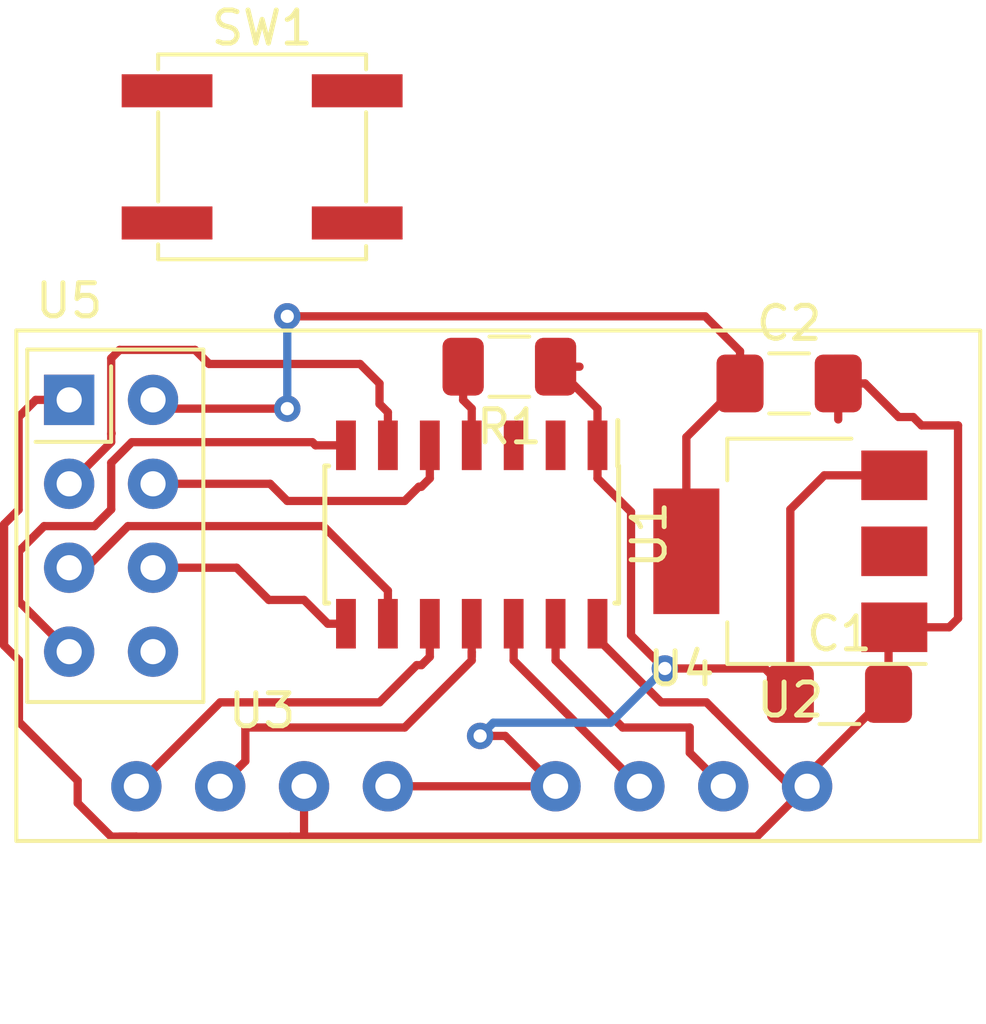
<source format=kicad_pcb>
(kicad_pcb (version 20171130) (host pcbnew 5.0.0)

  (general
    (thickness 1.6)
    (drawings 0)
    (tracks 136)
    (zones 0)
    (modules 9)
    (nets 17)
  )

  (page A4)
  (layers
    (0 F.Cu signal)
    (31 B.Cu signal)
    (32 B.Adhes user)
    (33 F.Adhes user)
    (34 B.Paste user)
    (35 F.Paste user)
    (36 B.SilkS user)
    (37 F.SilkS user)
    (38 B.Mask user)
    (39 F.Mask user)
    (40 Dwgs.User user)
    (41 Cmts.User user)
    (42 Eco1.User user)
    (43 Eco2.User user)
    (44 Edge.Cuts user)
    (45 Margin user)
    (46 B.CrtYd user)
    (47 F.CrtYd user)
    (48 B.Fab user)
    (49 F.Fab user)
  )

  (setup
    (last_trace_width 0.25)
    (trace_clearance 0.2)
    (zone_clearance 0.508)
    (zone_45_only no)
    (trace_min 0.2)
    (segment_width 0.2)
    (edge_width 0.15)
    (via_size 0.8)
    (via_drill 0.4)
    (via_min_size 0.4)
    (via_min_drill 0.3)
    (uvia_size 0.8)
    (uvia_drill 0.4)
    (uvias_allowed no)
    (uvia_min_size 0.2)
    (uvia_min_drill 0.1)
    (pcb_text_width 0.3)
    (pcb_text_size 1.5 1.5)
    (mod_edge_width 0.15)
    (mod_text_size 1 1)
    (mod_text_width 0.15)
    (pad_size 1.524 1.524)
    (pad_drill 0.762)
    (pad_to_mask_clearance 0.2)
    (aux_axis_origin 0 0)
    (visible_elements FFFFFF7F)
    (pcbplotparams
      (layerselection 0x010fc_ffffffff)
      (usegerberextensions false)
      (usegerberattributes false)
      (usegerberadvancedattributes false)
      (creategerberjobfile false)
      (excludeedgelayer true)
      (linewidth 0.100000)
      (plotframeref false)
      (viasonmask false)
      (mode 1)
      (useauxorigin false)
      (hpglpennumber 1)
      (hpglpenspeed 20)
      (hpglpendiameter 15.000000)
      (psnegative false)
      (psa4output false)
      (plotreference true)
      (plotvalue true)
      (plotinvisibletext false)
      (padsonsilk false)
      (subtractmaskfromsilk false)
      (outputformat 1)
      (mirror false)
      (drillshape 1)
      (scaleselection 1)
      (outputdirectory ""))
  )

  (net 0 "")
  (net 1 GND)
  (net 2 VIN)
  (net 3 VREG)
  (net 4 reset)
  (net 5 "Net-(U1-Pad2)")
  (net 6 "Net-(U1-Pad3)")
  (net 7 CSN)
  (net 8 CE)
  (net 9 MOSI)
  (net 10 MISO)
  (net 11 SCK)
  (net 12 SDA)
  (net 13 SCL)
  (net 14 TX)
  (net 15 RX)
  (net 16 "Net-(U5-Pad8)")

  (net_class Default "This is the default net class."
    (clearance 0.2)
    (trace_width 0.25)
    (via_dia 0.8)
    (via_drill 0.4)
    (uvia_dia 0.8)
    (uvia_drill 0.4)
    (add_net CE)
    (add_net CSN)
    (add_net GND)
    (add_net MISO)
    (add_net MOSI)
    (add_net "Net-(U1-Pad2)")
    (add_net "Net-(U1-Pad3)")
    (add_net "Net-(U5-Pad8)")
    (add_net RX)
    (add_net SCK)
    (add_net SCL)
    (add_net SDA)
    (add_net TX)
    (add_net VIN)
    (add_net VREG)
    (add_net reset)
  )

  (module RF_Module:nRF24L01_Breakout (layer F.Cu) (tedit 5A056C61) (tstamp 5BE48B8D)
    (at 14.475001 182.615001)
    (descr "nRF24L01 breakout board")
    (tags "nRF24L01 adapter breakout")
    (path /5BD89543)
    (fp_text reference U5 (at 0 -3) (layer F.SilkS)
      (effects (font (size 1 1) (thickness 0.15)))
    )
    (fp_text value NRF24L01_Breakout (at 13 5) (layer F.Fab)
      (effects (font (size 1 1) (thickness 0.15)))
    )
    (fp_line (start -1.5 -2) (end 27.5 -2) (layer F.Fab) (width 0.1))
    (fp_line (start 27.5 -2) (end 27.5 13.25) (layer F.Fab) (width 0.1))
    (fp_line (start 27.5 13.25) (end -1.5 13.25) (layer F.Fab) (width 0.1))
    (fp_line (start -1.5 13.25) (end -1.5 -2) (layer F.Fab) (width 0.1))
    (fp_line (start -1.5 -2) (end -1.5 -2) (layer F.Fab) (width 0.1))
    (fp_line (start -1.27 -1.27) (end 3.81 -1.27) (layer F.Fab) (width 0.1))
    (fp_line (start 3.81 -1.27) (end 3.81 8.89) (layer F.Fab) (width 0.1))
    (fp_line (start 3.81 8.89) (end -1.27 8.89) (layer F.Fab) (width 0.1))
    (fp_line (start -1.27 8.89) (end -1.27 -1.27) (layer F.Fab) (width 0.1))
    (fp_line (start -1.27 -1.27) (end -1.27 -1.27) (layer F.Fab) (width 0.1))
    (fp_line (start -1.27 -1.524) (end 4.064 -1.524) (layer F.SilkS) (width 0.12))
    (fp_line (start 4.064 -1.524) (end 4.064 9.144) (layer F.SilkS) (width 0.12))
    (fp_line (start 4.064 9.144) (end -1.27 9.144) (layer F.SilkS) (width 0.12))
    (fp_line (start -1.27 9.144) (end -1.27 9.144) (layer F.SilkS) (width 0.12))
    (fp_line (start 1.27 -1.016) (end 1.27 1.27) (layer F.SilkS) (width 0.12))
    (fp_line (start 1.27 1.27) (end -1.016 1.27) (layer F.SilkS) (width 0.12))
    (fp_line (start -1.016 1.27) (end -1.016 1.27) (layer F.SilkS) (width 0.12))
    (fp_line (start -1.6 -2.1) (end 27.6 -2.1) (layer F.SilkS) (width 0.12))
    (fp_line (start 27.6 -2.1) (end 27.6 13.35) (layer F.SilkS) (width 0.12))
    (fp_line (start 27.6 13.35) (end -1.6 13.35) (layer F.SilkS) (width 0.12))
    (fp_line (start -1.6 13.35) (end -1.6 -2.1) (layer F.SilkS) (width 0.12))
    (fp_line (start -1.6 -2.1) (end -1.6 -2.1) (layer F.SilkS) (width 0.12))
    (fp_line (start -1.27 9.144) (end -1.27 -1.524) (layer F.SilkS) (width 0.12))
    (fp_line (start -1.27 -1.524) (end -1.27 -1.524) (layer F.SilkS) (width 0.12))
    (fp_line (start 27.75 -2.25) (end -1.75 -2.25) (layer F.CrtYd) (width 0.05))
    (fp_line (start -1.75 -2.25) (end -1.75 13.5) (layer F.CrtYd) (width 0.05))
    (fp_line (start -1.75 13.5) (end 27.75 13.5) (layer F.CrtYd) (width 0.05))
    (fp_line (start 27.75 13.5) (end 27.75 -2.25) (layer F.CrtYd) (width 0.05))
    (fp_line (start 27.75 -2.25) (end 27.75 -2.25) (layer F.CrtYd) (width 0.05))
    (fp_text user %R (at 12.5 2.5) (layer F.Fab)
      (effects (font (size 1 1) (thickness 0.15)))
    )
    (pad 1 thru_hole rect (at 0 0) (size 1.524 1.524) (drill 0.762) (layers *.Cu *.Mask)
      (net 1 GND))
    (pad 2 thru_hole circle (at 2.54 0) (size 1.524 1.524) (drill 0.762) (layers *.Cu *.Mask)
      (net 3 VREG))
    (pad 3 thru_hole circle (at 0 2.54) (size 1.524 1.524) (drill 0.762) (layers *.Cu *.Mask)
      (net 8 CE))
    (pad 4 thru_hole circle (at 2.54 2.54) (size 1.524 1.524) (drill 0.762) (layers *.Cu *.Mask)
      (net 7 CSN))
    (pad 5 thru_hole circle (at 0 5.08) (size 1.524 1.524) (drill 0.762) (layers *.Cu *.Mask)
      (net 11 SCK))
    (pad 6 thru_hole circle (at 2.54 5.08) (size 1.524 1.524) (drill 0.762) (layers *.Cu *.Mask)
      (net 10 MISO))
    (pad 7 thru_hole circle (at 0 7.62) (size 1.524 1.524) (drill 0.762) (layers *.Cu *.Mask)
      (net 9 MOSI))
    (pad 8 thru_hole circle (at 2.54 7.62) (size 1.524 1.524) (drill 0.762) (layers *.Cu *.Mask)
      (net 16 "Net-(U5-Pad8)"))
    (model ${KISYS3DMOD}/RF_Module.3dshapes/nRF24L01_Breakout.wrl
      (at (xyz 0 0 0))
      (scale (xyz 1 1 1))
      (rotate (xyz 0 0 0))
    )
  )

  (module Capacitor_SMD:C_1206_3216Metric_Pad1.42x1.75mm_HandSolder (layer F.Cu) (tedit 5B301BBE) (tstamp 5BE48ADE)
    (at 37.8095 191.516)
    (descr "Capacitor SMD 1206 (3216 Metric), square (rectangular) end terminal, IPC_7351 nominal with elongated pad for handsoldering. (Body size source: http://www.tortai-tech.com/upload/download/2011102023233369053.pdf), generated with kicad-footprint-generator")
    (tags "capacitor handsolder")
    (path /5BDB9686)
    (attr smd)
    (fp_text reference C1 (at 0 -1.82) (layer F.SilkS)
      (effects (font (size 1 1) (thickness 0.15)))
    )
    (fp_text value C (at 0 1.82) (layer F.Fab)
      (effects (font (size 1 1) (thickness 0.15)))
    )
    (fp_text user %R (at 0 0.254) (layer F.Fab)
      (effects (font (size 0.8 0.8) (thickness 0.12)))
    )
    (fp_line (start 2.45 1.12) (end -2.45 1.12) (layer F.CrtYd) (width 0.05))
    (fp_line (start 2.45 -1.12) (end 2.45 1.12) (layer F.CrtYd) (width 0.05))
    (fp_line (start -2.45 -1.12) (end 2.45 -1.12) (layer F.CrtYd) (width 0.05))
    (fp_line (start -2.45 1.12) (end -2.45 -1.12) (layer F.CrtYd) (width 0.05))
    (fp_line (start -0.602064 0.91) (end 0.602064 0.91) (layer F.SilkS) (width 0.12))
    (fp_line (start -0.602064 -0.91) (end 0.602064 -0.91) (layer F.SilkS) (width 0.12))
    (fp_line (start 1.6 0.8) (end -1.6 0.8) (layer F.Fab) (width 0.1))
    (fp_line (start 1.6 -0.8) (end 1.6 0.8) (layer F.Fab) (width 0.1))
    (fp_line (start -1.6 -0.8) (end 1.6 -0.8) (layer F.Fab) (width 0.1))
    (fp_line (start -1.6 0.8) (end -1.6 -0.8) (layer F.Fab) (width 0.1))
    (pad 2 smd roundrect (at 1.4875 0) (size 1.425 1.75) (layers F.Cu F.Paste F.Mask) (roundrect_rratio 0.175439)
      (net 1 GND))
    (pad 1 smd roundrect (at -1.4875 0) (size 1.425 1.75) (layers F.Cu F.Paste F.Mask) (roundrect_rratio 0.175439)
      (net 2 VIN))
    (model ${KISYS3DMOD}/Capacitor_SMD.3dshapes/C_1206_3216Metric.wrl
      (at (xyz 0 0 0))
      (scale (xyz 1 1 1))
      (rotate (xyz 0 0 0))
    )
  )

  (module Capacitor_SMD:C_1206_3216Metric_Pad1.42x1.75mm_HandSolder (layer F.Cu) (tedit 5B301BBE) (tstamp 5BE48AEF)
    (at 36.2855 182.118)
    (descr "Capacitor SMD 1206 (3216 Metric), square (rectangular) end terminal, IPC_7351 nominal with elongated pad for handsoldering. (Body size source: http://www.tortai-tech.com/upload/download/2011102023233369053.pdf), generated with kicad-footprint-generator")
    (tags "capacitor handsolder")
    (path /5BDB9636)
    (attr smd)
    (fp_text reference C2 (at 0 -1.82) (layer F.SilkS)
      (effects (font (size 1 1) (thickness 0.15)))
    )
    (fp_text value C (at 0 1.82) (layer F.Fab)
      (effects (font (size 1 1) (thickness 0.15)))
    )
    (fp_line (start -1.6 0.8) (end -1.6 -0.8) (layer F.Fab) (width 0.1))
    (fp_line (start -1.6 -0.8) (end 1.6 -0.8) (layer F.Fab) (width 0.1))
    (fp_line (start 1.6 -0.8) (end 1.6 0.8) (layer F.Fab) (width 0.1))
    (fp_line (start 1.6 0.8) (end -1.6 0.8) (layer F.Fab) (width 0.1))
    (fp_line (start -0.602064 -0.91) (end 0.602064 -0.91) (layer F.SilkS) (width 0.12))
    (fp_line (start -0.602064 0.91) (end 0.602064 0.91) (layer F.SilkS) (width 0.12))
    (fp_line (start -2.45 1.12) (end -2.45 -1.12) (layer F.CrtYd) (width 0.05))
    (fp_line (start -2.45 -1.12) (end 2.45 -1.12) (layer F.CrtYd) (width 0.05))
    (fp_line (start 2.45 -1.12) (end 2.45 1.12) (layer F.CrtYd) (width 0.05))
    (fp_line (start 2.45 1.12) (end -2.45 1.12) (layer F.CrtYd) (width 0.05))
    (fp_text user %R (at 0 0) (layer F.Fab)
      (effects (font (size 0.8 0.8) (thickness 0.12)))
    )
    (pad 1 smd roundrect (at -1.4875 0) (size 1.425 1.75) (layers F.Cu F.Paste F.Mask) (roundrect_rratio 0.175439)
      (net 3 VREG))
    (pad 2 smd roundrect (at 1.4875 0) (size 1.425 1.75) (layers F.Cu F.Paste F.Mask) (roundrect_rratio 0.175439)
      (net 1 GND))
    (model ${KISYS3DMOD}/Capacitor_SMD.3dshapes/C_1206_3216Metric.wrl
      (at (xyz 0 0 0))
      (scale (xyz 1 1 1))
      (rotate (xyz 0 0 0))
    )
  )

  (module Resistor_SMD:R_1206_3216Metric (layer F.Cu) (tedit 5B301BBD) (tstamp 5BE48B00)
    (at 27.81 181.61 180)
    (descr "Resistor SMD 1206 (3216 Metric), square (rectangular) end terminal, IPC_7351 nominal, (Body size source: http://www.tortai-tech.com/upload/download/2011102023233369053.pdf), generated with kicad-footprint-generator")
    (tags resistor)
    (path /5BDB31A2)
    (attr smd)
    (fp_text reference R1 (at 0 -1.82 180) (layer F.SilkS)
      (effects (font (size 1 1) (thickness 0.15)))
    )
    (fp_text value R (at 0 1.82 180) (layer F.Fab)
      (effects (font (size 1 1) (thickness 0.15)))
    )
    (fp_line (start -1.6 0.8) (end -1.6 -0.8) (layer F.Fab) (width 0.1))
    (fp_line (start -1.6 -0.8) (end 1.6 -0.8) (layer F.Fab) (width 0.1))
    (fp_line (start 1.6 -0.8) (end 1.6 0.8) (layer F.Fab) (width 0.1))
    (fp_line (start 1.6 0.8) (end -1.6 0.8) (layer F.Fab) (width 0.1))
    (fp_line (start -0.602064 -0.91) (end 0.602064 -0.91) (layer F.SilkS) (width 0.12))
    (fp_line (start -0.602064 0.91) (end 0.602064 0.91) (layer F.SilkS) (width 0.12))
    (fp_line (start -2.28 1.12) (end -2.28 -1.12) (layer F.CrtYd) (width 0.05))
    (fp_line (start -2.28 -1.12) (end 2.28 -1.12) (layer F.CrtYd) (width 0.05))
    (fp_line (start 2.28 -1.12) (end 2.28 1.12) (layer F.CrtYd) (width 0.05))
    (fp_line (start 2.28 1.12) (end -2.28 1.12) (layer F.CrtYd) (width 0.05))
    (fp_text user %R (at -0.135001 0.174999 180) (layer F.Fab)
      (effects (font (size 0.8 0.8) (thickness 0.12)))
    )
    (pad 1 smd roundrect (at -1.4 0 180) (size 1.25 1.75) (layers F.Cu F.Paste F.Mask) (roundrect_rratio 0.2)
      (net 2 VIN))
    (pad 2 smd roundrect (at 1.4 0 180) (size 1.25 1.75) (layers F.Cu F.Paste F.Mask) (roundrect_rratio 0.2)
      (net 4 reset))
    (model ${KISYS3DMOD}/Resistor_SMD.3dshapes/R_1206_3216Metric.wrl
      (at (xyz 0 0 0))
      (scale (xyz 1 1 1))
      (rotate (xyz 0 0 0))
    )
  )

  (module Button_Switch_SMD:SW_SPST_EVPBF (layer F.Cu) (tedit 5A02FC95) (tstamp 5BE48B1A)
    (at 20.32 175.26)
    (descr "Light Touch Switch")
    (path /5BDB3288)
    (attr smd)
    (fp_text reference SW1 (at 0 -3.9) (layer F.SilkS)
      (effects (font (size 1 1) (thickness 0.15)))
    )
    (fp_text value SW_Push (at 0 4.25) (layer F.Fab)
      (effects (font (size 1 1) (thickness 0.15)))
    )
    (fp_line (start -3.15 2.65) (end -3.15 3.1) (layer F.SilkS) (width 0.12))
    (fp_line (start -3.15 3.1) (end 3.15 3.1) (layer F.SilkS) (width 0.12))
    (fp_line (start 3.15 3.1) (end 3.15 2.7) (layer F.SilkS) (width 0.12))
    (fp_line (start -3.15 1.35) (end -3.15 -1.35) (layer F.SilkS) (width 0.12))
    (fp_line (start 3.15 -1.35) (end 3.15 1.35) (layer F.SilkS) (width 0.12))
    (fp_line (start -3.15 -3.1) (end 3.15 -3.1) (layer F.SilkS) (width 0.12))
    (fp_line (start 3.15 -3.1) (end 3.15 -2.65) (layer F.SilkS) (width 0.12))
    (fp_line (start -3.15 -2.65) (end -3.15 -3.1) (layer F.SilkS) (width 0.12))
    (fp_line (start -3 -3) (end 3 -3) (layer F.Fab) (width 0.1))
    (fp_line (start 3 -3) (end 3 3) (layer F.Fab) (width 0.1))
    (fp_line (start 3 3) (end -3 3) (layer F.Fab) (width 0.1))
    (fp_line (start -3 3) (end -3 -3) (layer F.Fab) (width 0.1))
    (fp_text user %R (at 0 -3.9) (layer F.Fab)
      (effects (font (size 1 1) (thickness 0.15)))
    )
    (fp_line (start -4.5 -3.25) (end 4.5 -3.25) (layer F.CrtYd) (width 0.05))
    (fp_line (start 4.5 -3.25) (end 4.5 3.25) (layer F.CrtYd) (width 0.05))
    (fp_line (start 4.5 3.25) (end -4.5 3.25) (layer F.CrtYd) (width 0.05))
    (fp_line (start -4.5 3.25) (end -4.5 -3.25) (layer F.CrtYd) (width 0.05))
    (fp_circle (center 0 0) (end 1.7 0) (layer F.Fab) (width 0.1))
    (pad 1 smd rect (at 2.88 -2) (size 2.75 1) (layers F.Cu F.Paste F.Mask)
      (net 1 GND))
    (pad 1 smd rect (at -2.88 -2) (size 2.75 1) (layers F.Cu F.Paste F.Mask)
      (net 1 GND))
    (pad 2 smd rect (at -2.88 2) (size 2.75 1) (layers F.Cu F.Paste F.Mask)
      (net 4 reset))
    (pad 2 smd rect (at 2.88 2) (size 2.75 1) (layers F.Cu F.Paste F.Mask)
      (net 4 reset))
    (model ${KISYS3DMOD}/Button_Switch_SMD.3dshapes/SW_SPST_EVPBF.wrl
      (at (xyz 0 0 0))
      (scale (xyz 1 1 1))
      (rotate (xyz 0 0 0))
    )
  )

  (module Package_SO:SOIC-14_3.9x8.7mm_P1.27mm (layer F.Cu) (tedit 5A02F2D3) (tstamp 5BE48B3D)
    (at 26.67 186.69 270)
    (descr "14-Lead Plastic Small Outline (SL) - Narrow, 3.90 mm Body [SOIC] (see Microchip Packaging Specification 00000049BS.pdf)")
    (tags "SOIC 1.27")
    (path /5BD89468)
    (attr smd)
    (fp_text reference U1 (at 0 -5.375 270) (layer F.SilkS)
      (effects (font (size 1 1) (thickness 0.15)))
    )
    (fp_text value ATtiny84-20SSU (at 0 5.375 270) (layer F.Fab)
      (effects (font (size 1 1) (thickness 0.15)))
    )
    (fp_text user %R (at 0 0 270) (layer F.Fab)
      (effects (font (size 0.9 0.9) (thickness 0.135)))
    )
    (fp_line (start -0.95 -4.35) (end 1.95 -4.35) (layer F.Fab) (width 0.15))
    (fp_line (start 1.95 -4.35) (end 1.95 4.35) (layer F.Fab) (width 0.15))
    (fp_line (start 1.95 4.35) (end -1.95 4.35) (layer F.Fab) (width 0.15))
    (fp_line (start -1.95 4.35) (end -1.95 -3.35) (layer F.Fab) (width 0.15))
    (fp_line (start -1.95 -3.35) (end -0.95 -4.35) (layer F.Fab) (width 0.15))
    (fp_line (start -3.7 -4.65) (end -3.7 4.65) (layer F.CrtYd) (width 0.05))
    (fp_line (start 3.7 -4.65) (end 3.7 4.65) (layer F.CrtYd) (width 0.05))
    (fp_line (start -3.7 -4.65) (end 3.7 -4.65) (layer F.CrtYd) (width 0.05))
    (fp_line (start -3.7 4.65) (end 3.7 4.65) (layer F.CrtYd) (width 0.05))
    (fp_line (start -2.075 -4.45) (end -2.075 -4.425) (layer F.SilkS) (width 0.15))
    (fp_line (start 2.075 -4.45) (end 2.075 -4.335) (layer F.SilkS) (width 0.15))
    (fp_line (start 2.075 4.45) (end 2.075 4.335) (layer F.SilkS) (width 0.15))
    (fp_line (start -2.075 4.45) (end -2.075 4.335) (layer F.SilkS) (width 0.15))
    (fp_line (start -2.075 -4.45) (end 2.075 -4.45) (layer F.SilkS) (width 0.15))
    (fp_line (start -2.075 4.45) (end 2.075 4.45) (layer F.SilkS) (width 0.15))
    (fp_line (start -2.075 -4.425) (end -3.45 -4.425) (layer F.SilkS) (width 0.15))
    (pad 1 smd rect (at -2.7 -3.81 270) (size 1.5 0.6) (layers F.Cu F.Paste F.Mask)
      (net 2 VIN))
    (pad 2 smd rect (at -2.7 -2.54 270) (size 1.5 0.6) (layers F.Cu F.Paste F.Mask)
      (net 5 "Net-(U1-Pad2)"))
    (pad 3 smd rect (at -2.7 -1.27 270) (size 1.5 0.6) (layers F.Cu F.Paste F.Mask)
      (net 6 "Net-(U1-Pad3)"))
    (pad 4 smd rect (at -2.7 0 270) (size 1.5 0.6) (layers F.Cu F.Paste F.Mask)
      (net 4 reset))
    (pad 5 smd rect (at -2.7 1.27 270) (size 1.5 0.6) (layers F.Cu F.Paste F.Mask)
      (net 7 CSN))
    (pad 6 smd rect (at -2.7 2.54 270) (size 1.5 0.6) (layers F.Cu F.Paste F.Mask)
      (net 8 CE))
    (pad 7 smd rect (at -2.7 3.81 270) (size 1.5 0.6) (layers F.Cu F.Paste F.Mask)
      (net 9 MOSI))
    (pad 8 smd rect (at 2.7 3.81 270) (size 1.5 0.6) (layers F.Cu F.Paste F.Mask)
      (net 10 MISO))
    (pad 9 smd rect (at 2.7 2.54 270) (size 1.5 0.6) (layers F.Cu F.Paste F.Mask)
      (net 11 SCK))
    (pad 10 smd rect (at 2.7 1.27 270) (size 1.5 0.6) (layers F.Cu F.Paste F.Mask)
      (net 12 SDA))
    (pad 11 smd rect (at 2.7 0 270) (size 1.5 0.6) (layers F.Cu F.Paste F.Mask)
      (net 13 SCL))
    (pad 12 smd rect (at 2.7 -1.27 270) (size 1.5 0.6) (layers F.Cu F.Paste F.Mask)
      (net 14 TX))
    (pad 13 smd rect (at 2.7 -2.54 270) (size 1.5 0.6) (layers F.Cu F.Paste F.Mask)
      (net 15 RX))
    (pad 14 smd rect (at 2.7 -3.81 270) (size 1.5 0.6) (layers F.Cu F.Paste F.Mask)
      (net 1 GND))
    (model ${KISYS3DMOD}/Package_SO.3dshapes/SOIC-14_3.9x8.7mm_P1.27mm.wrl
      (at (xyz 0 0 0))
      (scale (xyz 1 1 1))
      (rotate (xyz 0 0 0))
    )
  )

  (module Package_TO_SOT_SMD:SOT-223-3_TabPin2 (layer F.Cu) (tedit 5A02FF57) (tstamp 5BE48B53)
    (at 36.322 187.198 180)
    (descr "module CMS SOT223 4 pins")
    (tags "CMS SOT")
    (path /5BDB7730)
    (attr smd)
    (fp_text reference U2 (at 0 -4.5 180) (layer F.SilkS)
      (effects (font (size 1 1) (thickness 0.15)))
    )
    (fp_text value AMS1117-3.3 (at 0 4.5 180) (layer F.Fab)
      (effects (font (size 1 1) (thickness 0.15)))
    )
    (fp_text user %R (at 0 0) (layer F.Fab)
      (effects (font (size 0.8 0.8) (thickness 0.12)))
    )
    (fp_line (start 1.91 3.41) (end 1.91 2.15) (layer F.SilkS) (width 0.12))
    (fp_line (start 1.91 -3.41) (end 1.91 -2.15) (layer F.SilkS) (width 0.12))
    (fp_line (start 4.4 -3.6) (end -4.4 -3.6) (layer F.CrtYd) (width 0.05))
    (fp_line (start 4.4 3.6) (end 4.4 -3.6) (layer F.CrtYd) (width 0.05))
    (fp_line (start -4.4 3.6) (end 4.4 3.6) (layer F.CrtYd) (width 0.05))
    (fp_line (start -4.4 -3.6) (end -4.4 3.6) (layer F.CrtYd) (width 0.05))
    (fp_line (start -1.85 -2.35) (end -0.85 -3.35) (layer F.Fab) (width 0.1))
    (fp_line (start -1.85 -2.35) (end -1.85 3.35) (layer F.Fab) (width 0.1))
    (fp_line (start -1.85 3.41) (end 1.91 3.41) (layer F.SilkS) (width 0.12))
    (fp_line (start -0.85 -3.35) (end 1.85 -3.35) (layer F.Fab) (width 0.1))
    (fp_line (start -4.1 -3.41) (end 1.91 -3.41) (layer F.SilkS) (width 0.12))
    (fp_line (start -1.85 3.35) (end 1.85 3.35) (layer F.Fab) (width 0.1))
    (fp_line (start 1.85 -3.35) (end 1.85 3.35) (layer F.Fab) (width 0.1))
    (pad 2 smd rect (at 3.15 0 180) (size 2 3.8) (layers F.Cu F.Paste F.Mask)
      (net 3 VREG))
    (pad 2 smd rect (at -3.15 0 180) (size 2 1.5) (layers F.Cu F.Paste F.Mask)
      (net 3 VREG))
    (pad 3 smd rect (at -3.15 2.3 180) (size 2 1.5) (layers F.Cu F.Paste F.Mask)
      (net 2 VIN))
    (pad 1 smd rect (at -3.15 -2.3 180) (size 2 1.5) (layers F.Cu F.Paste F.Mask)
      (net 1 GND))
    (model ${KISYS3DMOD}/Package_TO_SOT_SMD.3dshapes/SOT-223.wrl
      (at (xyz 0 0 0))
      (scale (xyz 1 1 1))
      (rotate (xyz 0 0 0))
    )
  )

  (module livestock:MLX90615 (layer F.Cu) (tedit 5BE4802D) (tstamp 5BE48B5B)
    (at 20.32 198.12 180)
    (path /5BDB30A5)
    (fp_text reference U3 (at 0 6.096 180) (layer F.SilkS)
      (effects (font (size 1 1) (thickness 0.15)))
    )
    (fp_text value MLX90615 (at 0.254 0 180) (layer F.Fab)
      (effects (font (size 1 1) (thickness 0.15)))
    )
    (pad 1 thru_hole circle (at -3.81 3.81 180) (size 1.524 1.524) (drill 0.762) (layers *.Cu *.Mask)
      (net 2 VIN))
    (pad 2 thru_hole circle (at -1.27 3.81 180) (size 1.524 1.524) (drill 0.762) (layers *.Cu *.Mask)
      (net 1 GND))
    (pad 3 thru_hole circle (at 1.27 3.81 180) (size 1.524 1.524) (drill 0.762) (layers *.Cu *.Mask)
      (net 13 SCL))
    (pad 4 thru_hole circle (at 3.81 3.81 180) (size 1.524 1.524) (drill 0.762) (layers *.Cu *.Mask)
      (net 12 SDA))
  )

  (module livestock:GPS-BN-220 (layer F.Cu) (tedit 5BDB3AE8) (tstamp 5BE48B63)
    (at 33.02 198.12 180)
    (path /5BDB3CA3)
    (fp_text reference U4 (at 0 7.366 180) (layer F.SilkS)
      (effects (font (size 1 1) (thickness 0.15)))
    )
    (fp_text value GPS-BN-220 (at 0 -2.54 180) (layer F.Fab)
      (effects (font (size 1 1) (thickness 0.15)))
    )
    (pad 1 thru_hole circle (at -3.81 3.81 180) (size 1.524 1.524) (drill 0.762) (layers *.Cu *.Mask)
      (net 1 GND))
    (pad 2 thru_hole circle (at -1.27 3.81 180) (size 1.524 1.524) (drill 0.762) (layers *.Cu *.Mask)
      (net 15 RX))
    (pad 3 thru_hole circle (at 1.27 3.81 180) (size 1.524 1.524) (drill 0.762) (layers *.Cu *.Mask)
      (net 14 TX))
    (pad 4 thru_hole circle (at 3.81 3.81 180) (size 1.524 1.524) (drill 0.762) (layers *.Cu *.Mask)
      (net 2 VIN))
  )

  (segment (start 30.48 189.84) (end 32.41 191.77) (width 0.25) (layer F.Cu) (net 1))
  (segment (start 30.48 189.39) (end 30.48 189.84) (width 0.25) (layer F.Cu) (net 1))
  (segment (start 34.036 192.024) (end 36.576 194.564) (width 0.25) (layer F.Cu) (net 1))
  (segment (start 36.903 191.817) (end 36.903 192.024) (width 0.25) (layer F.Cu) (net 2))
  (segment (start 39.472 189.498) (end 39.222 189.498) (width 0.25) (layer F.Cu) (net 1))
  (segment (start 36.903 194.237) (end 36.83 194.31) (width 0.25) (layer F.Cu) (net 1))
  (segment (start 37.773 182.118) (end 37.773 183.207) (width 0.25) (layer F.Cu) (net 1))
  (segment (start 35.306 195.834) (end 36.83 194.31) (width 0.25) (layer F.Cu) (net 1))
  (segment (start 21.59 194.31) (end 21.59 195.834) (width 0.25) (layer F.Cu) (net 1))
  (segment (start 21.59 195.834) (end 35.306 195.834) (width 0.25) (layer F.Cu) (net 1))
  (segment (start 21.166762 195.834) (end 21.59 195.834) (width 0.25) (layer F.Cu) (net 1))
  (segment (start 13.463001 182.615001) (end 12.944002 183.134) (width 0.25) (layer F.Cu) (net 1))
  (segment (start 14.475001 182.615001) (end 13.463001 182.615001) (width 0.25) (layer F.Cu) (net 1))
  (segment (start 39.297 189.673) (end 39.472 189.498) (width 0.25) (layer F.Cu) (net 1))
  (segment (start 39.297 191.516) (end 39.297 189.673) (width 0.25) (layer F.Cu) (net 1))
  (segment (start 36.83 193.983) (end 36.83 194.31) (width 0.25) (layer F.Cu) (net 1))
  (segment (start 39.297 191.516) (end 36.83 193.983) (width 0.25) (layer F.Cu) (net 1))
  (segment (start 33.782 191.77) (end 34.036 192.024) (width 0.25) (layer F.Cu) (net 1))
  (segment (start 33.528 191.77) (end 33.782 191.77) (width 0.25) (layer F.Cu) (net 1))
  (segment (start 32.41 191.77) (end 33.528 191.77) (width 0.25) (layer F.Cu) (net 1))
  (segment (start 38.5855 182.118) (end 39.6015 183.134) (width 0.25) (layer F.Cu) (net 1))
  (segment (start 37.773 182.118) (end 38.5855 182.118) (width 0.25) (layer F.Cu) (net 1))
  (segment (start 40.043002 183.134) (end 40.297002 183.388) (width 0.25) (layer F.Cu) (net 1))
  (segment (start 39.6015 183.134) (end 40.043002 183.134) (width 0.25) (layer F.Cu) (net 1))
  (segment (start 40.297002 183.388) (end 41.402 183.388) (width 0.25) (layer F.Cu) (net 1))
  (segment (start 41.402 183.388) (end 41.402 189.23) (width 0.25) (layer F.Cu) (net 1))
  (segment (start 41.134 189.498) (end 39.472 189.498) (width 0.25) (layer F.Cu) (net 1))
  (segment (start 41.402 189.23) (end 41.134 189.498) (width 0.25) (layer F.Cu) (net 1))
  (segment (start 12.944002 183.134) (end 12.944002 185.937998) (width 0.25) (layer F.Cu) (net 1))
  (segment (start 12.50399 186.37801) (end 12.50399 190.04999) (width 0.25) (layer F.Cu) (net 1))
  (segment (start 12.944002 185.937998) (end 12.50399 186.37801) (width 0.25) (layer F.Cu) (net 1))
  (segment (start 12.50399 190.04999) (end 12.954 190.5) (width 0.25) (layer F.Cu) (net 1))
  (segment (start 12.954 192.362762) (end 14.732 194.140762) (width 0.25) (layer F.Cu) (net 1))
  (segment (start 12.954 190.5) (end 12.954 192.362762) (width 0.25) (layer F.Cu) (net 1))
  (segment (start 14.732 194.140762) (end 14.732 194.818) (width 0.25) (layer F.Cu) (net 1))
  (segment (start 14.732 194.818) (end 15.748 195.834) (width 0.25) (layer F.Cu) (net 1))
  (segment (start 15.748 195.834) (end 16.51 195.834) (width 0.25) (layer F.Cu) (net 1))
  (segment (start 16.51 195.834) (end 21.166762 195.834) (width 0.25) (layer F.Cu) (net 1))
  (segment (start 16.002 195.834) (end 16.51 195.834) (width 0.25) (layer F.Cu) (net 1))
  (segment (start 30.48 182.88) (end 29.21 181.61) (width 0.25) (layer F.Cu) (net 2))
  (segment (start 30.48 183.99) (end 30.48 182.88) (width 0.25) (layer F.Cu) (net 2))
  (segment (start 39.722 184.898) (end 39.472 184.898) (width 0.25) (layer F.Cu) (net 2))
  (segment (start 24.13 194.31) (end 29.21 194.31) (width 0.25) (layer F.Cu) (net 2))
  (segment (start 36.322 191.516) (end 36.322 185.928) (width 0.25) (layer F.Cu) (net 2))
  (segment (start 37.352 184.898) (end 39.472 184.898) (width 0.25) (layer F.Cu) (net 2))
  (segment (start 36.322 185.928) (end 37.352 184.898) (width 0.25) (layer F.Cu) (net 2))
  (segment (start 29.21 181.61) (end 29.935 181.61) (width 0.25) (layer F.Cu) (net 2))
  (segment (start 35.550653 190.744653) (end 36.322 191.516) (width 0.25) (layer F.Cu) (net 2))
  (segment (start 32.521347 190.744653) (end 32.521347 190.744653) (width 0.25) (layer F.Cu) (net 2))
  (segment (start 30.48 183.99) (end 30.48 184.99) (width 0.25) (layer F.Cu) (net 2))
  (segment (start 31.496 189.738) (end 32.512 190.754) (width 0.25) (layer F.Cu) (net 2))
  (segment (start 30.48 184.99) (end 31.496 186.006) (width 0.25) (layer F.Cu) (net 2))
  (segment (start 32.512 190.754) (end 32.521347 190.744653) (width 0.25) (layer F.Cu) (net 2))
  (segment (start 31.496 186.006) (end 31.496 189.738) (width 0.25) (layer F.Cu) (net 2))
  (segment (start 29.21 194.31) (end 27.686 192.786) (width 0.25) (layer F.Cu) (net 2))
  (segment (start 27.686 192.786) (end 26.924 192.786) (width 0.25) (layer F.Cu) (net 2))
  (segment (start 26.924 192.786) (end 30.48 192.786) (width 0.25) (layer B.Adhes) (net 2))
  (segment (start 27.323999 192.386001) (end 30.879999 192.386001) (width 0.25) (layer B.Cu) (net 2))
  (segment (start 26.924 192.786) (end 27.323999 192.386001) (width 0.25) (layer B.Cu) (net 2))
  (segment (start 30.879999 192.386001) (end 32.521347 190.744653) (width 0.25) (layer B.Cu) (net 2))
  (segment (start 26.924 192.786) (end 26.924 192.786) (width 0.25) (layer F.Cu) (net 2) (tstamp 5BE4AAAA))
  (segment (start 32.521347 190.744653) (end 35.550653 190.744653) (width 0.25) (layer F.Cu) (net 2) (tstamp 5BE4AAAC))
  (segment (start 26.924 192.786) (end 26.924 192.786) (width 0.25) (layer F.Cu) (net 2) (tstamp 5BE4AAB1))
  (via (at 26.924 192.786) (size 0.8) (drill 0.4) (layers F.Cu B.Cu) (net 2))
  (segment (start 32.521347 190.744653) (end 32.521347 190.744653) (width 0.25) (layer F.Cu) (net 2) (tstamp 5BE4AAB3))
  (via (at 32.521347 190.744653) (size 0.8) (drill 0.4) (layers F.Cu B.Cu) (net 2))
  (segment (start 33.172 183.744) (end 33.172 187.198) (width 0.25) (layer F.Cu) (net 3))
  (segment (start 34.798 182.118) (end 33.172 183.744) (width 0.25) (layer F.Cu) (net 3))
  (segment (start 34.798 181.143) (end 33.741 180.086) (width 0.25) (layer F.Cu) (net 3))
  (segment (start 34.798 182.118) (end 34.798 181.143) (width 0.25) (layer F.Cu) (net 3))
  (segment (start 33.741 180.086) (end 21.082 180.086) (width 0.25) (layer F.Cu) (net 3))
  (via (at 21.082 180.086) (size 0.8) (drill 0.4) (layers F.Cu B.Cu) (net 3))
  (segment (start 21.082 180.086) (end 21.082 182.88) (width 0.25) (layer B.Cu) (net 3))
  (via (at 21.082 182.88) (size 0.8) (drill 0.4) (layers F.Cu B.Cu) (net 3))
  (segment (start 17.28 182.88) (end 17.015001 182.615001) (width 0.25) (layer F.Cu) (net 3))
  (segment (start 21.082 182.88) (end 17.28 182.88) (width 0.25) (layer F.Cu) (net 3))
  (segment (start 26.41 181.61) (end 26.41 182.62) (width 0.25) (layer F.Cu) (net 4))
  (segment (start 26.67 182.88) (end 26.67 183.99) (width 0.25) (layer F.Cu) (net 4))
  (segment (start 26.41 182.62) (end 26.67 182.88) (width 0.25) (layer F.Cu) (net 4))
  (segment (start 25.4 184.99) (end 25.146 185.244) (width 0.25) (layer F.Cu) (net 7))
  (segment (start 25.4 183.99) (end 25.4 184.99) (width 0.25) (layer F.Cu) (net 7))
  (segment (start 25.146 185.244) (end 25.068 185.244) (width 0.25) (layer F.Cu) (net 7))
  (segment (start 25.068 185.244) (end 24.638 185.674) (width 0.25) (layer F.Cu) (net 7))
  (segment (start 24.638 185.674) (end 21.082 185.674) (width 0.25) (layer F.Cu) (net 7))
  (segment (start 20.563001 185.155001) (end 17.015001 185.155001) (width 0.25) (layer F.Cu) (net 7))
  (segment (start 21.082 185.674) (end 20.563001 185.155001) (width 0.25) (layer F.Cu) (net 7))
  (segment (start 15.748 183.896) (end 14.488999 185.155001) (width 0.25) (layer F.Cu) (net 8))
  (segment (start 23.876 182.736) (end 23.876 182.118) (width 0.25) (layer F.Cu) (net 8))
  (segment (start 23.876 182.118) (end 23.286 181.528) (width 0.25) (layer F.Cu) (net 8))
  (segment (start 15.761998 183.628002) (end 15.748 183.642) (width 0.25) (layer F.Cu) (net 8))
  (segment (start 18.714 181.528) (end 18.288 181.102) (width 0.25) (layer F.Cu) (net 8))
  (segment (start 16.002 181.102) (end 15.748 181.356) (width 0.25) (layer F.Cu) (net 8))
  (segment (start 15.748 181.356) (end 15.748 183.882002) (width 0.25) (layer F.Cu) (net 8))
  (segment (start 24.13 182.99) (end 23.876 182.736) (width 0.25) (layer F.Cu) (net 8))
  (segment (start 18.288 181.102) (end 16.002 181.102) (width 0.25) (layer F.Cu) (net 8))
  (segment (start 24.13 183.99) (end 24.13 182.99) (width 0.25) (layer F.Cu) (net 8))
  (segment (start 23.286 181.528) (end 18.714 181.528) (width 0.25) (layer F.Cu) (net 8))
  (segment (start 21.938 183.99) (end 22.86 183.99) (width 0.25) (layer F.Cu) (net 9))
  (segment (start 16.370412 183.896) (end 21.844 183.896) (width 0.25) (layer F.Cu) (net 9))
  (segment (start 15.24 186.436) (end 15.748 185.928) (width 0.25) (layer F.Cu) (net 9))
  (segment (start 14.475001 190.235001) (end 12.954 188.714) (width 0.25) (layer F.Cu) (net 9))
  (segment (start 12.954 188.714) (end 12.954 187.198) (width 0.25) (layer F.Cu) (net 9))
  (segment (start 21.844 183.896) (end 21.938 183.99) (width 0.25) (layer F.Cu) (net 9))
  (segment (start 15.748 185.928) (end 15.748 184.518412) (width 0.25) (layer F.Cu) (net 9))
  (segment (start 12.954 187.198) (end 13.716 186.436) (width 0.25) (layer F.Cu) (net 9))
  (segment (start 15.748 184.518412) (end 16.370412 183.896) (width 0.25) (layer F.Cu) (net 9))
  (segment (start 13.716 186.436) (end 15.24 186.436) (width 0.25) (layer F.Cu) (net 9))
  (segment (start 22.31 189.39) (end 21.59 188.67) (width 0.25) (layer F.Cu) (net 10))
  (segment (start 22.86 189.39) (end 22.31 189.39) (width 0.25) (layer F.Cu) (net 10))
  (segment (start 21.59 188.67) (end 20.522 188.67) (width 0.25) (layer F.Cu) (net 10))
  (segment (start 19.547001 187.695001) (end 17.015001 187.695001) (width 0.25) (layer F.Cu) (net 10))
  (segment (start 20.522 188.67) (end 19.547001 187.695001) (width 0.25) (layer F.Cu) (net 10))
  (segment (start 24.13 188.39) (end 24.13 189.39) (width 0.25) (layer F.Cu) (net 11))
  (segment (start 22.176 186.436) (end 24.13 188.39) (width 0.25) (layer F.Cu) (net 11))
  (segment (start 16.256 186.436) (end 22.176 186.436) (width 0.25) (layer F.Cu) (net 11))
  (segment (start 14.996999 187.695001) (end 16.256 186.436) (width 0.25) (layer F.Cu) (net 11))
  (segment (start 25.4 190.39) (end 25.146 190.644) (width 0.25) (layer F.Cu) (net 12))
  (segment (start 25.4 189.39) (end 25.4 190.39) (width 0.25) (layer F.Cu) (net 12))
  (segment (start 25.146 190.644) (end 25.002 190.644) (width 0.25) (layer F.Cu) (net 12))
  (segment (start 25.002 190.644) (end 23.876 191.77) (width 0.25) (layer F.Cu) (net 12))
  (segment (start 19.05 191.77) (end 16.51 194.31) (width 0.25) (layer F.Cu) (net 12))
  (segment (start 23.876 191.77) (end 19.05 191.77) (width 0.25) (layer F.Cu) (net 12))
  (segment (start 26.67 190.246) (end 26.67 190.5) (width 0.25) (layer F.Cu) (net 13))
  (segment (start 26.67 189.39) (end 26.67 190.246) (width 0.25) (layer F.Cu) (net 13))
  (segment (start 26.67 190.246) (end 26.67 190.39) (width 0.25) (layer F.Cu) (net 13))
  (segment (start 26.67 190.5) (end 24.638 192.532) (width 0.25) (layer F.Cu) (net 13))
  (segment (start 24.638 192.532) (end 19.812 192.532) (width 0.25) (layer F.Cu) (net 13))
  (segment (start 19.811999 193.548001) (end 19.05 194.31) (width 0.25) (layer F.Cu) (net 13))
  (segment (start 19.812 192.532) (end 19.811999 193.548001) (width 0.25) (layer F.Cu) (net 13))
  (segment (start 27.94 190.5) (end 31.75 194.31) (width 0.25) (layer F.Cu) (net 14))
  (segment (start 27.94 189.39) (end 27.94 190.5) (width 0.25) (layer F.Cu) (net 14))
  (segment (start 29.21 190.5) (end 31.242 192.532) (width 0.25) (layer F.Cu) (net 15))
  (segment (start 29.21 189.39) (end 29.21 190.5) (width 0.25) (layer F.Cu) (net 15))
  (segment (start 31.242 192.532) (end 33.274 192.532) (width 0.25) (layer F.Cu) (net 15))
  (segment (start 33.274 193.294) (end 34.29 194.31) (width 0.25) (layer F.Cu) (net 15))
  (segment (start 33.274 192.532) (end 33.274 193.294) (width 0.25) (layer F.Cu) (net 15))

)

</source>
